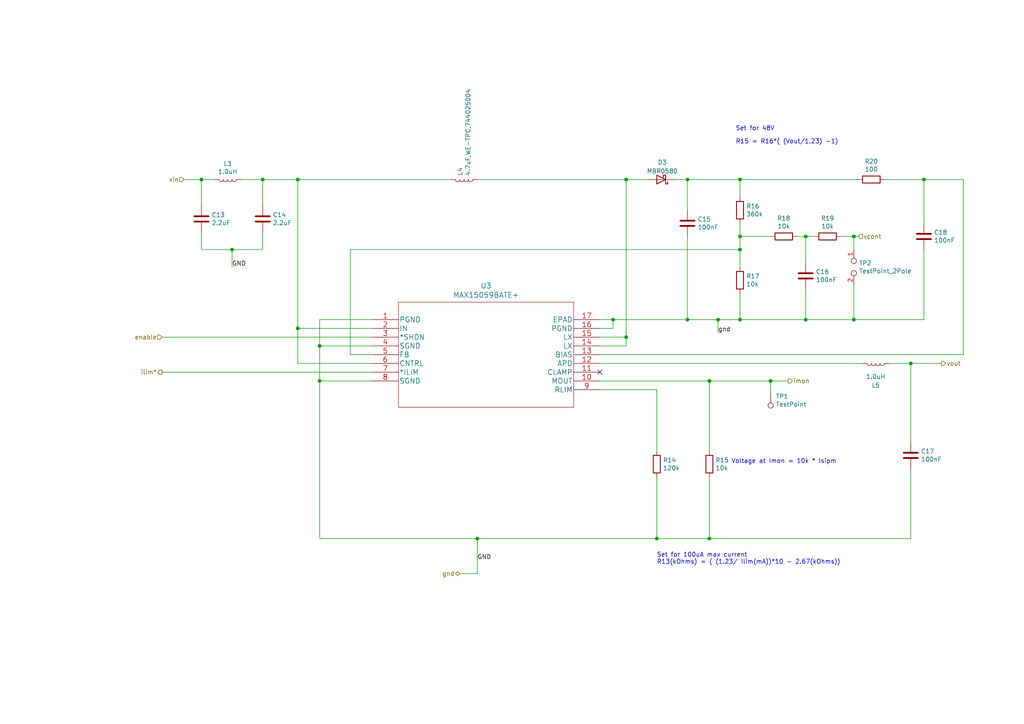
<source format=kicad_sch>
(kicad_sch (version 20211123) (generator eeschema)
  (paper "A4")
  (lib_symbols
    (symbol "Connector:TestPoint" (pin_numbers hide) (pin_names (offset 0.762) hide)
      (property "Reference" "TP" (at 0 6.858 0))
      (property "Value" "TestPoint" (at 0 5.08 0))
      (symbol "TestPoint_0_1"
        (circle (center 0 3.302) (radius 0.762))
      )
      (symbol "TestPoint_1_1"
        (pin passive line (at 0 0 90) (length 2.54) (name "1") (number "1"))
      )
    )
    (symbol "Connector:TestPoint_2Pole" (pin_names (offset 0.762) hide)
      (property "Reference" "TP" (at 0 1.524 0))
      (property "Value" "TestPoint_2Pole" (at 0 -1.778 0))
      (symbol "TestPoint_2Pole_0_1"
        (circle (center -1.778 0) (radius 0.762))
        (circle (center 1.778 0) (radius 0.762))
        (pin passive line (at -5.08 0 0) (length 2.54) (name "1") (number "1"))
        (pin passive line (at 5.08 0 180) (length 2.54) (name "2") (number "2"))
      )
    )
    (symbol "Device:C" (pin_numbers hide) (pin_names (offset 0.254))
      (property "Reference" "C" (at 0.635 2.54 0))
      (property "Value" "C" (at 0.635 -2.54 0))
      (symbol "C_0_1"
        (polyline (pts (xy -2.032 -0.762) (xy 2.032 -0.762)) (stroke (width 0.508)))
        (polyline (pts (xy -2.032 0.762) (xy 2.032 0.762)) (stroke (width 0.508)))
      )
      (symbol "C_1_1"
        (pin passive line (at 0 3.81 270) (length 2.794) (name "~") (number "1"))
        (pin passive line (at 0 -3.81 90) (length 2.794) (name "~") (number "2"))
      )
    )
    (symbol "Device:L" (pin_numbers hide) (pin_names (offset 1.016) hide)
      (property "Reference" "L" (at -1.27 0 90))
      (property "Value" "L" (at 1.905 0 90))
      (symbol "L_0_1"
        (arc (start 0 -2.54) (mid 0.635 -1.905) (end 0 -1.27))
        (arc (start 0 -1.27) (mid 0.635 -0.635) (end 0 0))
        (arc (start 0 0) (mid 0.635 0.635) (end 0 1.27))
        (arc (start 0 1.27) (mid 0.635 1.905) (end 0 2.54))
      )
      (symbol "L_1_1"
        (pin passive line (at 0 3.81 270) (length 1.27) (name "1") (number "1"))
        (pin passive line (at 0 -3.81 90) (length 1.27) (name "2") (number "2"))
      )
    )
    (symbol "Device:R" (pin_numbers hide) (pin_names (offset 0))
      (property "Reference" "R" (at 2.032 0 90))
      (property "Value" "R" (at 0 0 90))
      (symbol "R_0_1"
        (rectangle (start -1.016 -2.54) (end 1.016 2.54) (stroke (width 0.254)))
      )
      (symbol "R_1_1"
        (pin passive line (at 0 3.81 270) (length 1.27) (name "~") (number "1"))
        (pin passive line (at 0 -3.81 90) (length 1.27) (name "~") (number "2"))
      )
    )
    (symbol "Diode:MBR0580" (pin_numbers hide) (pin_names (offset 1.016) hide)
      (property "Reference" "D" (at 0 2.54 0))
      (property "Value" "MBR0580" (at 0 -2.54 0))
      (symbol "MBR0580_0_1"
        (polyline (pts (xy 1.27 0) (xy -1.27 0)))
        (polyline (pts (xy 1.27 1.27) (xy 1.27 -1.27) (xy -1.27 0) (xy 1.27 1.27)) (stroke (width 0.254)))
        (polyline (pts (xy -1.905 0.635) (xy -1.905 1.27) (xy -1.27 1.27) (xy -1.27 -1.27) (xy -0.635 -1.27) (xy -0.635 -0.635)) (stroke (width 0.254)))
      )
      (symbol "MBR0580_1_1"
        (pin passive line (at -3.81 0 0) (length 2.54) (name "K") (number "1"))
        (pin passive line (at 3.81 0 180) (length 2.54) (name "A") (number "2"))
      )
    )
    (symbol "MAX15059BATET:MAX15059BATE+" (pin_names (offset 0.254))
      (property "Reference" "U" (at 33.02 10.16 0))
      (property "Value" "MAX15059BATE+" (at 33.02 7.62 0))
      (symbol "MAX15059BATE+_1_1"
        (polyline (pts (xy 7.62 -25.4) (xy 58.42 -25.4)) (stroke (width 0.127)))
        (polyline (pts (xy 7.62 5.08) (xy 7.62 -25.4)) (stroke (width 0.127)))
        (polyline (pts (xy 58.42 -25.4) (xy 58.42 5.08)) (stroke (width 0.127)))
        (polyline (pts (xy 58.42 5.08) (xy 7.62 5.08)) (stroke (width 0.127)))
        (pin power_in line (at 0 0 0) (length 7.62) (name "PGND") (number "1"))
        (pin unspecified line (at 66.04 -17.78 180) (length 7.62) (name "MOUT") (number "10"))
        (pin unspecified line (at 66.04 -15.24 180) (length 7.62) (name "CLAMP") (number "11"))
        (pin unspecified line (at 66.04 -12.7 180) (length 7.62) (name "APD") (number "12"))
        (pin unspecified line (at 66.04 -10.16 180) (length 7.62) (name "BIAS") (number "13"))
        (pin unspecified line (at 66.04 -7.62 180) (length 7.62) (name "LX") (number "14"))
        (pin unspecified line (at 66.04 -5.08 180) (length 7.62) (name "LX") (number "15"))
        (pin power_in line (at 66.04 -2.54 180) (length 7.62) (name "PGND") (number "16"))
        (pin unspecified line (at 66.04 0 180) (length 7.62) (name "EPAD") (number "17"))
        (pin input line (at 0 -2.54 0) (length 7.62) (name "IN") (number "2"))
        (pin unspecified line (at 0 -5.08 0) (length 7.62) (name "*SHDN") (number "3"))
        (pin power_in line (at 0 -7.62 0) (length 7.62) (name "SGND") (number "4"))
        (pin unspecified line (at 0 -10.16 0) (length 7.62) (name "FB") (number "5"))
        (pin unspecified line (at 0 -12.7 0) (length 7.62) (name "CNTRL") (number "6"))
        (pin unspecified line (at 0 -15.24 0) (length 7.62) (name "*ILIM") (number "7"))
        (pin power_in line (at 0 -17.78 0) (length 7.62) (name "SGND") (number "8"))
        (pin unspecified line (at 66.04 -20.32 180) (length 7.62) (name "RLIM") (number "9"))
      )
    )
  )
  (junction (at 214.63 52.07))
  (junction (at 233.68 92.71))
  (junction (at 199.39 52.07))
  (junction (at 67.31 72.39))
  (junction (at 233.68 68.58))
  (junction (at 138.43 156.21))
  (junction (at 177.8 92.71))
  (junction (at 181.61 52.07))
  (junction (at 190.5 156.21))
  (junction (at 199.39 92.71))
  (junction (at 92.71 100.33))
  (junction (at 267.97 52.07))
  (junction (at 223.52 110.49))
  (junction (at 247.65 92.71))
  (junction (at 205.74 110.49))
  (junction (at 92.71 110.49))
  (junction (at 214.63 68.58))
  (junction (at 86.36 52.07))
  (junction (at 205.74 156.21))
  (junction (at 58.42 52.07))
  (junction (at 76.2 52.07))
  (junction (at 214.63 92.71))
  (junction (at 208.28 92.71))
  (junction (at 264.16 105.41))
  (junction (at 214.63 72.39))
  (junction (at 247.65 68.58))
  (junction (at 86.36 95.25))
  (junction (at 181.61 97.79))
  (no_connect (at 173.99 107.95))
  (wire (pts (xy 58.42 67.31) (xy 58.42 72.39)))
  (wire (pts (xy 214.63 72.39) (xy 214.63 77.47)))
  (wire (pts (xy 267.97 72.39) (xy 267.97 92.71)))
  (wire (pts (xy 199.39 92.71) (xy 177.8 92.71)))
  (wire (pts (xy 92.71 92.71) (xy 92.71 100.33)))
  (wire (pts (xy 181.61 100.33) (xy 173.99 100.33)))
  (wire (pts (xy 181.61 52.07) (xy 181.61 97.79)))
  (wire (pts (xy 199.39 52.07) (xy 214.63 52.07)))
  (wire (pts (xy 247.65 68.58) (xy 248.92 68.58)))
  (wire (pts (xy 76.2 72.39) (xy 76.2 67.31)))
  (wire (pts (xy 101.6 72.39) (xy 101.6 102.87)))
  (wire (pts (xy 199.39 92.71) (xy 208.28 92.71)))
  (wire (pts (xy 264.16 105.41) (xy 264.16 128.27)))
  (wire (pts (xy 92.71 100.33) (xy 92.71 110.49)))
  (wire (pts (xy 92.71 110.49) (xy 92.71 156.21)))
  (wire (pts (xy 138.43 156.21) (xy 190.5 156.21)))
  (wire (pts (xy 107.95 100.33) (xy 92.71 100.33)))
  (wire (pts (xy 107.95 92.71) (xy 92.71 92.71)))
  (wire (pts (xy 58.42 59.69) (xy 58.42 52.07)))
  (wire (pts (xy 205.74 130.81) (xy 205.74 110.49)))
  (wire (pts (xy 214.63 85.09) (xy 214.63 92.71)))
  (wire (pts (xy 223.52 114.3) (xy 223.52 110.49)))
  (wire (pts (xy 214.63 68.58) (xy 214.63 72.39)))
  (wire (pts (xy 86.36 105.41) (xy 86.36 95.25)))
  (wire (pts (xy 173.99 113.03) (xy 190.5 113.03)))
  (wire (pts (xy 243.84 68.58) (xy 247.65 68.58)))
  (wire (pts (xy 223.52 110.49) (xy 228.6 110.49)))
  (wire (pts (xy 86.36 52.07) (xy 86.36 95.25)))
  (wire (pts (xy 67.31 72.39) (xy 76.2 72.39)))
  (wire (pts (xy 264.16 135.89) (xy 264.16 156.21)))
  (wire (pts (xy 53.34 52.07) (xy 58.42 52.07)))
  (wire (pts (xy 214.63 64.77) (xy 214.63 68.58)))
  (wire (pts (xy 181.61 100.33) (xy 181.61 97.79)))
  (wire (pts (xy 205.74 110.49) (xy 173.99 110.49)))
  (wire (pts (xy 173.99 95.25) (xy 177.8 95.25)))
  (wire (pts (xy 233.68 76.2) (xy 233.68 68.58)))
  (wire (pts (xy 199.39 68.58) (xy 199.39 92.71)))
  (wire (pts (xy 257.81 105.41) (xy 264.16 105.41)))
  (wire (pts (xy 107.95 110.49) (xy 92.71 110.49)))
  (wire (pts (xy 247.65 82.55) (xy 247.65 92.71)))
  (wire (pts (xy 107.95 105.41) (xy 86.36 105.41)))
  (wire (pts (xy 190.5 156.21) (xy 205.74 156.21)))
  (wire (pts (xy 133.35 166.37) (xy 138.43 166.37)))
  (wire (pts (xy 86.36 52.07) (xy 130.81 52.07)))
  (wire (pts (xy 76.2 52.07) (xy 76.2 59.69)))
  (wire (pts (xy 190.5 138.43) (xy 190.5 156.21)))
  (wire (pts (xy 58.42 52.07) (xy 62.23 52.07)))
  (wire (pts (xy 190.5 113.03) (xy 190.5 130.81)))
  (wire (pts (xy 233.68 83.82) (xy 233.68 92.71)))
  (wire (pts (xy 181.61 97.79) (xy 173.99 97.79)))
  (wire (pts (xy 195.58 52.07) (xy 199.39 52.07)))
  (wire (pts (xy 107.95 107.95) (xy 46.99 107.95)))
  (wire (pts (xy 214.63 52.07) (xy 214.63 57.15)))
  (wire (pts (xy 173.99 105.41) (xy 250.19 105.41)))
  (wire (pts (xy 177.8 92.71) (xy 177.8 95.25)))
  (wire (pts (xy 138.43 52.07) (xy 181.61 52.07)))
  (wire (pts (xy 86.36 95.25) (xy 107.95 95.25)))
  (wire (pts (xy 101.6 102.87) (xy 107.95 102.87)))
  (wire (pts (xy 214.63 72.39) (xy 101.6 72.39)))
  (wire (pts (xy 92.71 156.21) (xy 138.43 156.21)))
  (wire (pts (xy 256.54 52.07) (xy 267.97 52.07)))
  (wire (pts (xy 205.74 138.43) (xy 205.74 156.21)))
  (wire (pts (xy 247.65 72.39) (xy 247.65 68.58)))
  (wire (pts (xy 264.16 105.41) (xy 273.05 105.41)))
  (wire (pts (xy 205.74 156.21) (xy 264.16 156.21)))
  (wire (pts (xy 205.74 110.49) (xy 223.52 110.49)))
  (wire (pts (xy 76.2 52.07) (xy 86.36 52.07)))
  (wire (pts (xy 138.43 156.21) (xy 138.43 166.37)))
  (wire (pts (xy 173.99 102.87) (xy 279.4 102.87)))
  (wire (pts (xy 199.39 52.07) (xy 199.39 60.96)))
  (wire (pts (xy 67.31 72.39) (xy 67.31 77.47)))
  (wire (pts (xy 107.95 97.79) (xy 46.99 97.79)))
  (wire (pts (xy 233.68 92.71) (xy 214.63 92.71)))
  (wire (pts (xy 58.42 72.39) (xy 67.31 72.39)))
  (wire (pts (xy 233.68 68.58) (xy 236.22 68.58)))
  (wire (pts (xy 233.68 92.71) (xy 247.65 92.71)))
  (wire (pts (xy 214.63 52.07) (xy 248.92 52.07)))
  (wire (pts (xy 69.85 52.07) (xy 76.2 52.07)))
  (wire (pts (xy 181.61 52.07) (xy 187.96 52.07)))
  (wire (pts (xy 208.28 92.71) (xy 214.63 92.71)))
  (wire (pts (xy 173.99 92.71) (xy 177.8 92.71)))
  (wire (pts (xy 267.97 52.07) (xy 267.97 64.77)))
  (wire (pts (xy 231.14 68.58) (xy 233.68 68.58)))
  (wire (pts (xy 279.4 52.07) (xy 267.97 52.07)))
  (wire (pts (xy 279.4 102.87) (xy 279.4 52.07)))
  (wire (pts (xy 208.28 92.71) (xy 208.28 96.52)))
  (wire (pts (xy 223.52 68.58) (xy 214.63 68.58)))
  (wire (pts (xy 267.97 92.71) (xy 247.65 92.71)))
  (text "Voltage at Imon = 10k * Isipm" (at 212.09 134.62 0) (effects (font (size 1.27 1.27)) (justify left bottom)))
  (text "Set for 48V" (at 213.36 38.1 0) (effects (font (size 1.27 1.27)) (justify left bottom)))
  (text "R15 = R16*( (Vout/1.23) -1)" (at 213.36 41.91 0) (effects (font (size 1.27 1.27)) (justify left bottom)))
  (text "Set for 100uA max current\nR13(kOhms) = ( (1.23/ Ilim(mA))*10 - 2.67(kOhms))" (at 190.5 163.83 0) (effects (font (size 1.27 1.27)) (justify left bottom)))
  (label "GND" (at 138.43 162.56 0))
  (label "gnd" (at 208.28 96.52 0))
  (label "GND" (at 67.31 77.47 0))
  (hierarchical_label "vin" (shape input) (at 53.34 52.07 180))
  (hierarchical_label "enable" (shape input) (at 46.99 97.79 180))
  (hierarchical_label "ilim*" (shape output) (at 46.99 107.95 180))
  (hierarchical_label "gnd" (shape bidirectional) (at 133.35 166.37 180))
  (hierarchical_label "vout" (shape output) (at 273.05 105.41 0))
  (hierarchical_label "vcont" (shape input) (at 248.92 68.58 0))
  (hierarchical_label "imon" (shape output) (at 228.6 110.49 0))
  (symbol (lib_id "MAX15059BATET:MAX15059BATE+") (at 107.95 92.71 0) (unit 1)
    (property "Reference" "U3" (at 140.97 82.8802 0) (effects (font (size 1.524 1.524))))
    (property "Value" "MAX15059BATE+" (at 140.97 85.5726 0) (effects (font (size 1.524 1.524))))
    (property "Footprint" "MAX15059BATET:MAX15059BATE&plus_" (effects hide))
  )
  (symbol (lib_id "Device:L") (at 134.62 52.07 270) (unit 1)
    (property "Reference" "L4" (at 133.4516 50.9778 0) (effects (justify right)))
    (property "Value" "4.7uF,WE-TPC,744025004" (at 135.763 50.9778 0) (effects (justify right)))
    (property "Footprint" "Wurth-744025004:Wuerth_Elektronik-744025004-Manufacturer_Recommended" (effects hide))
    (property "Datasheet" "https://www.farnell.com/datasheets/1920114.pdf" (effects hide))
  )
  (symbol (lib_id "Device:L") (at 66.04 52.07 270) (unit 1)
    (property "Reference" "L3" (at 66.04 47.4726 90))
    (property "Value" "1.0uH" (at 66.04 49.784 90))
    (property "Footprint" "Inductor_SMD:L_0603_1608Metric" (effects hide))
  )
  (symbol (lib_id "Device:C") (at 58.42 63.5 0) (unit 1)
    (property "Reference" "C13" (at 61.341 62.3316 0) (effects (justify left)))
    (property "Value" "2.2uF" (at 61.341 64.643 0) (effects (justify left)))
    (property "Footprint" "Capacitor_SMD:C_0603_1608Metric" (effects hide))
  )
  (symbol (lib_id "Device:C") (at 76.2 63.5 0) (unit 1)
    (property "Reference" "C14" (at 79.121 62.3316 0) (effects (justify left)))
    (property "Value" "2.2uF" (at 79.121 64.643 0) (effects (justify left)))
    (property "Footprint" "Capacitor_SMD:C_0603_1608Metric" (effects hide))
  )
  (symbol (lib_id "Device:C") (at 199.39 64.77 0) (unit 1)
    (property "Reference" "C15" (at 202.311 63.6016 0) (effects (justify left)))
    (property "Value" "100nF" (at 202.311 65.913 0) (effects (justify left)))
    (property "Footprint" "Capacitor_SMD:C_0603_1608Metric" (effects hide))
  )
  (symbol (lib_id "Device:R") (at 214.63 60.96 0) (unit 1)
    (property "Reference" "R16" (at 216.408 59.7916 0) (effects (justify left)))
    (property "Value" "360k" (at 216.408 62.103 0) (effects (justify left)))
    (property "Footprint" "Resistor_SMD:R_0603_1608Metric" (effects hide))
  )
  (symbol (lib_id "Device:R") (at 214.63 81.28 0) (unit 1)
    (property "Reference" "R17" (at 216.408 80.1116 0) (effects (justify left)))
    (property "Value" "10k" (at 216.408 82.423 0) (effects (justify left)))
    (property "Footprint" "Resistor_SMD:R_0402_1005Metric" (effects hide))
  )
  (symbol (lib_id "Device:R") (at 190.5 134.62 0) (unit 1)
    (property "Reference" "R14" (at 192.278 133.4516 0) (effects (justify left)))
    (property "Value" "120k" (at 192.278 135.763 0) (effects (justify left)))
    (property "Footprint" "Resistor_SMD:R_0402_1005Metric" (effects hide))
  )
  (symbol (lib_id "Device:R") (at 205.74 134.62 0) (unit 1)
    (property "Reference" "R15" (at 207.518 133.4516 0) (effects (justify left)))
    (property "Value" "10k" (at 207.518 135.763 0) (effects (justify left)))
    (property "Footprint" "Resistor_SMD:R_0402_1005Metric" (effects hide))
  )
  (symbol (lib_id "Device:R") (at 252.73 52.07 270) (unit 1)
    (property "Reference" "R20" (at 252.73 46.8122 90))
    (property "Value" "100" (at 252.73 49.1236 90))
    (property "Footprint" "Resistor_SMD:R_0603_1608Metric" (effects hide))
  )
  (symbol (lib_id "Device:C") (at 267.97 68.58 0) (unit 1)
    (property "Reference" "C18" (at 270.891 67.4116 0) (effects (justify left)))
    (property "Value" "100nF" (at 270.891 69.723 0) (effects (justify left)))
    (property "Footprint" "Capacitor_SMD:C_0603_1608Metric" (effects hide))
  )
  (symbol (lib_id "Device:R") (at 240.03 68.58 270) (unit 1)
    (property "Reference" "R19" (at 240.03 63.3222 90))
    (property "Value" "10k" (at 240.03 65.6336 90))
    (property "Footprint" "Resistor_SMD:R_0603_1608Metric" (effects hide))
  )
  (symbol (lib_id "Device:R") (at 227.33 68.58 270) (unit 1)
    (property "Reference" "R18" (at 227.33 63.3222 90))
    (property "Value" "10k" (at 227.33 65.6336 90))
    (property "Footprint" "Resistor_SMD:R_0603_1608Metric" (effects hide))
  )
  (symbol (lib_id "Device:C") (at 233.68 80.01 0) (unit 1)
    (property "Reference" "C16" (at 236.601 78.8416 0) (effects (justify left)))
    (property "Value" "100nF" (at 236.601 81.153 0) (effects (justify left)))
    (property "Footprint" "Capacitor_SMD:C_0603_1608Metric" (effects hide))
  )
  (symbol (lib_id "Device:L") (at 254 105.41 270) (unit 1)
    (property "Reference" "L5" (at 254 111.76 90))
    (property "Value" "1.0uH" (at 254 109.22 90))
    (property "Footprint" "Inductor_SMD:L_0603_1608Metric" (effects hide))
  )
  (symbol (lib_id "Connector:TestPoint") (at 223.52 114.3 180) (unit 1)
    (property "Reference" "TP1" (at 224.9932 114.9604 0) (effects (justify right)))
    (property "Value" "TestPoint" (at 224.9932 117.2718 0) (effects (justify right)))
    (property "Footprint" "TestPoint:TestPoint_THTPad_D1.0mm_Drill0.5mm" (effects hide))
  )
  (symbol (lib_id "Connector:TestPoint_2Pole") (at 247.65 77.47 270) (unit 1)
    (property "Reference" "TP2" (at 249.1232 76.3016 90) (effects (justify left)))
    (property "Value" "TestPoint_2Pole" (at 249.1232 78.613 90) (effects (justify left)))
    (property "Footprint" "TestPoint:TestPoint_2Pads_Pitch2.54mm_Drill0.8mm" (effects hide))
  )
  (symbol (lib_id "Device:C") (at 264.16 132.08 0) (unit 1)
    (property "Reference" "C17" (at 267.081 130.9116 0) (effects (justify left)))
    (property "Value" "100nF" (at 267.081 133.223 0) (effects (justify left)))
    (property "Footprint" "Capacitor_SMD:C_0603_1608Metric" (effects hide))
  )
  (symbol (lib_id "Diode:MBR0580") (at 191.77 52.07 180) (unit 1)
    (property "Reference" "D3" (at 192.0875 47.1002 0))
    (property "Value" "MBR0580" (at 192.0875 49.6371 0))
    (property "Footprint" "Diode_SMD:D_SOD-123" (effects hide))
    (property "Datasheet" "http://www.mccsemi.com/up_pdf/MBR0520~MBR0580(SOD123).pdf" (effects hide))
  )
)
</source>
